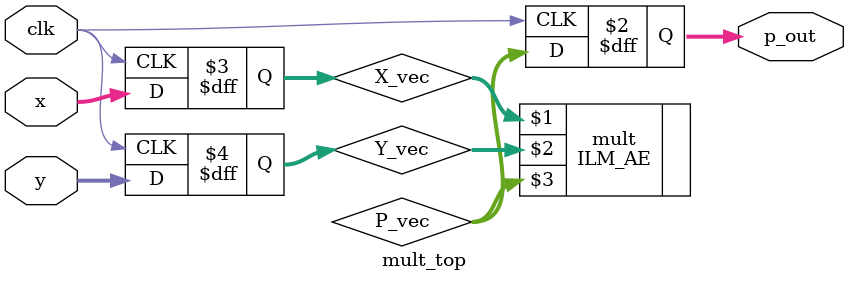
<source format=v>

`include "timescale.v"

module mult_top(
    // Clock and reset
    input clk,
    // Input X has a form x_i%d where %d denotes the bit number
    input  [15:0] x,
    // Input Y has a form y_i%d where %d denotes the bit number
    input  [15:0] y,
    // Output P has a form p_out%d where %d denotes the bit number
    output reg [31:0] p_out
    );

    
    // Now we have X_vec and Y_vec signal 
    // Then we do processing with these signals and store the 
    // intermidiate result in P_vec
    // For example purposes X_vec and Y_vec are concanated and stored in P_vec
    wire [31:0] P_vec;
    reg [15:0] X_vec;
    reg [15:0] Y_vec;
    
    ILM_AE mult(X_vec,Y_vec,P_vec); 

 
    always @(posedge clk) 
    begin
        p_out = P_vec;
        X_vec = x;
        Y_vec = y;
    end

endmodule 


</source>
